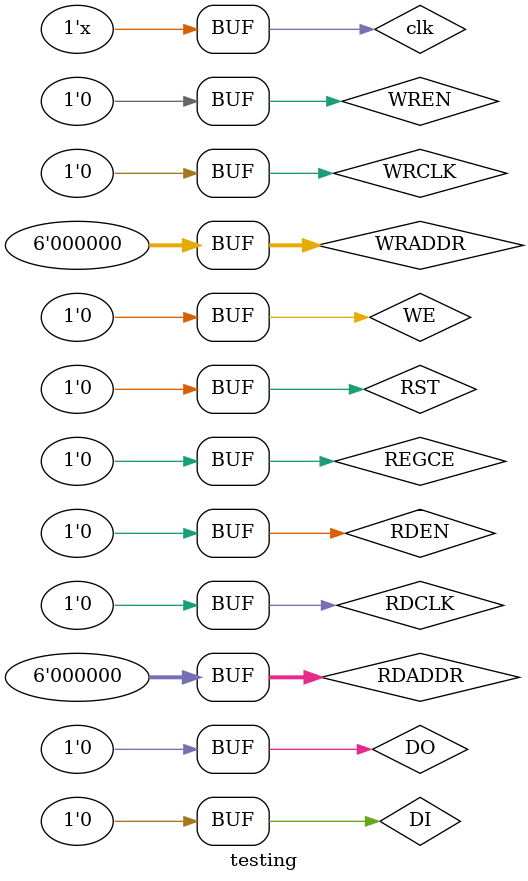
<source format=v>
`timescale 1ns / 1ps


module testing;
	localparam T=20; // clock period
	// Inputs
	reg DO;
	reg DI;
	reg [5:0] RDADDR;
	reg RDCLK;
	reg REGCE;
	reg RST;
	reg WE;
	reg RDEN;
	reg [5:0] WRADDR;
	reg WRCLK;
	reg WREN;

	// Outputs
	wire a;
	reg clk;
	
	
	// Instantiate the Unit Under Test (UUT)
	asd uut (
		.a(a), 
		.DO(DO), 
		.DI(DI), 
		.RDADDR(6'b0), 
		.RDCLK(clk), 
		.REGCE(1'b0), 
		.RST(1'b0), 
		.WE(1'b0), 
		.RDEN(RDEN), 
		.WRADDR(1'b0), 
		.WRCLK(1'b0), 
		.WREN(1'b0)
	);
	
	always begin
		#(T/2)  clk = ~clk; // alterna el clock cada T/2 bases de tiempo
	end

	initial begin
		// Initialize Inputs
		DO = 0;
		DI = 0;
		RDADDR = 0;
		RDCLK = 0;
		REGCE = 0;
		RST = 0;
		WE = 0;
		RDEN = 0;
		WRADDR = 0;
		WRCLK = 0;
		WREN = 0;
		clk = 0;
		// Wait 100 ns for global reset to finish
		
		#T;
		
//		DI = 
        
		// Add stimulus here

	end
      
endmodule


</source>
